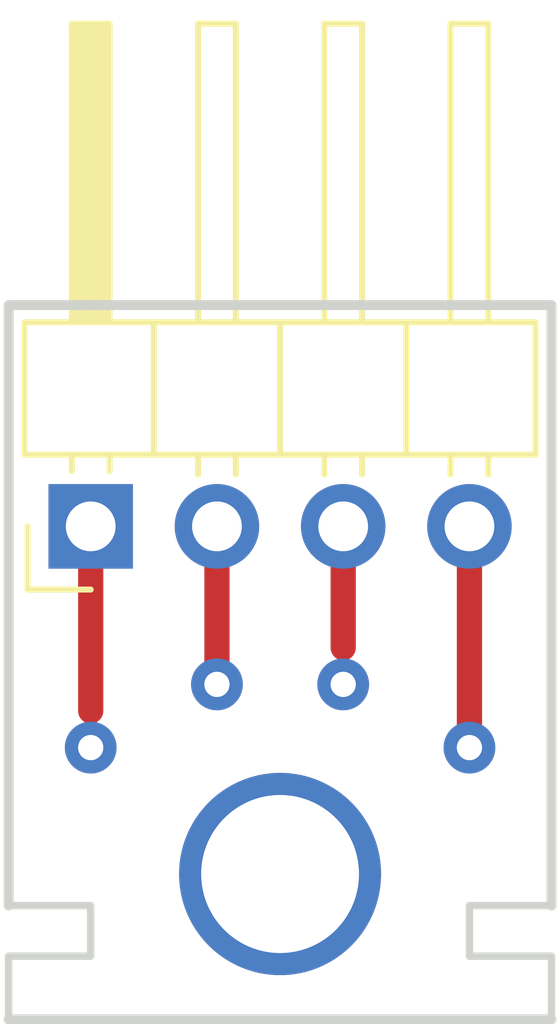
<source format=kicad_pcb>
(kicad_pcb (version 20171130) (host pcbnew "(5.0.0)")

  (general
    (thickness 1.6)
    (drawings 12)
    (tracks 6)
    (zones 0)
    (modules 6)
    (nets 6)
  )

  (page A4)
  (layers
    (0 F.Cu signal)
    (31 B.Cu signal)
    (32 B.Adhes user)
    (33 F.Adhes user)
    (34 B.Paste user)
    (35 F.Paste user)
    (36 B.SilkS user)
    (37 F.SilkS user)
    (38 B.Mask user)
    (39 F.Mask user)
    (40 Dwgs.User user)
    (41 Cmts.User user)
    (42 Eco1.User user)
    (43 Eco2.User user)
    (44 Edge.Cuts user)
    (45 Margin user)
    (46 B.CrtYd user)
    (47 F.CrtYd user)
    (48 B.Fab user)
    (49 F.Fab user)
  )

  (setup
    (last_trace_width 0.25)
    (trace_clearance 0.2)
    (zone_clearance 0.508)
    (zone_45_only no)
    (trace_min 0.2)
    (segment_width 0.2)
    (edge_width 0.15)
    (via_size 0.8)
    (via_drill 0.4)
    (via_min_size 0.4)
    (via_min_drill 0.3)
    (uvia_size 0.3)
    (uvia_drill 0.1)
    (uvias_allowed no)
    (uvia_min_size 0.2)
    (uvia_min_drill 0.1)
    (pcb_text_width 0.3)
    (pcb_text_size 1.5 1.5)
    (mod_edge_width 0.15)
    (mod_text_size 1 1)
    (mod_text_width 0.15)
    (pad_size 1.524 1.524)
    (pad_drill 0.762)
    (pad_to_mask_clearance 0.2)
    (aux_axis_origin 0 0)
    (visible_elements FFFFFF7F)
    (pcbplotparams
      (layerselection 0x010fc_ffffffff)
      (usegerberextensions false)
      (usegerberattributes false)
      (usegerberadvancedattributes false)
      (creategerberjobfile false)
      (excludeedgelayer true)
      (linewidth 0.100000)
      (plotframeref false)
      (viasonmask false)
      (mode 1)
      (useauxorigin false)
      (hpglpennumber 1)
      (hpglpenspeed 20)
      (hpglpendiameter 15.000000)
      (psnegative false)
      (psa4output false)
      (plotreference true)
      (plotvalue true)
      (plotinvisibletext false)
      (padsonsilk false)
      (subtractmaskfromsilk false)
      (outputformat 1)
      (mirror false)
      (drillshape 1)
      (scaleselection 1)
      (outputdirectory ""))
  )

  (net 0 "")
  (net 1 "Net-(J1-Pad1)")
  (net 2 "Net-(J1-Pad2)")
  (net 3 "Net-(J1-Pad3)")
  (net 4 "Net-(J1-Pad4)")
  (net 5 "Net-(U5-Pad1)")

  (net_class Default "This is the default net class."
    (clearance 0.2)
    (trace_width 0.25)
    (via_dia 0.8)
    (via_drill 0.4)
    (uvia_dia 0.3)
    (uvia_drill 0.1)
    (add_net "Net-(J1-Pad1)")
    (add_net "Net-(J1-Pad2)")
    (add_net "Net-(J1-Pad3)")
    (add_net "Net-(J1-Pad4)")
    (add_net "Net-(U5-Pad1)")
  )

  (module Connector_PinHeader_2.54mm:PinHeader_1x04_P2.54mm_Horizontal (layer F.Cu) (tedit 5E313B8D) (tstamp 5E3D827A)
    (at 69.85 53.34 90)
    (descr "Through hole angled pin header, 1x04, 2.54mm pitch, 6mm pin length, single row")
    (tags "Through hole angled pin header THT 1x04 2.54mm single row")
    (path /5E313675)
    (fp_text reference J1 (at 4.385 -2.27 90) (layer F.SilkS) hide
      (effects (font (size 1 1) (thickness 0.15)))
    )
    (fp_text value Conn_01x04_Male (at 4.385 9.89 90) (layer F.Fab) hide
      (effects (font (size 1 1) (thickness 0.15)))
    )
    (fp_line (start 2.135 -1.27) (end 4.04 -1.27) (layer F.Fab) (width 0.1))
    (fp_line (start 4.04 -1.27) (end 4.04 8.89) (layer F.Fab) (width 0.1))
    (fp_line (start 4.04 8.89) (end 1.5 8.89) (layer F.Fab) (width 0.1))
    (fp_line (start 1.5 8.89) (end 1.5 -0.635) (layer F.Fab) (width 0.1))
    (fp_line (start 1.5 -0.635) (end 2.135 -1.27) (layer F.Fab) (width 0.1))
    (fp_line (start -0.32 -0.32) (end 1.5 -0.32) (layer F.Fab) (width 0.1))
    (fp_line (start -0.32 -0.32) (end -0.32 0.32) (layer F.Fab) (width 0.1))
    (fp_line (start -0.32 0.32) (end 1.5 0.32) (layer F.Fab) (width 0.1))
    (fp_line (start 4.04 -0.32) (end 10.04 -0.32) (layer F.Fab) (width 0.1))
    (fp_line (start 10.04 -0.32) (end 10.04 0.32) (layer F.Fab) (width 0.1))
    (fp_line (start 4.04 0.32) (end 10.04 0.32) (layer F.Fab) (width 0.1))
    (fp_line (start -0.32 2.22) (end 1.5 2.22) (layer F.Fab) (width 0.1))
    (fp_line (start -0.32 2.22) (end -0.32 2.86) (layer F.Fab) (width 0.1))
    (fp_line (start -0.32 2.86) (end 1.5 2.86) (layer F.Fab) (width 0.1))
    (fp_line (start 4.04 2.22) (end 10.04 2.22) (layer F.Fab) (width 0.1))
    (fp_line (start 10.04 2.22) (end 10.04 2.86) (layer F.Fab) (width 0.1))
    (fp_line (start 4.04 2.86) (end 10.04 2.86) (layer F.Fab) (width 0.1))
    (fp_line (start -0.32 4.76) (end 1.5 4.76) (layer F.Fab) (width 0.1))
    (fp_line (start -0.32 4.76) (end -0.32 5.4) (layer F.Fab) (width 0.1))
    (fp_line (start -0.32 5.4) (end 1.5 5.4) (layer F.Fab) (width 0.1))
    (fp_line (start 4.04 4.76) (end 10.04 4.76) (layer F.Fab) (width 0.1))
    (fp_line (start 10.04 4.76) (end 10.04 5.4) (layer F.Fab) (width 0.1))
    (fp_line (start 4.04 5.4) (end 10.04 5.4) (layer F.Fab) (width 0.1))
    (fp_line (start -0.32 7.3) (end 1.5 7.3) (layer F.Fab) (width 0.1))
    (fp_line (start -0.32 7.3) (end -0.32 7.94) (layer F.Fab) (width 0.1))
    (fp_line (start -0.32 7.94) (end 1.5 7.94) (layer F.Fab) (width 0.1))
    (fp_line (start 4.04 7.3) (end 10.04 7.3) (layer F.Fab) (width 0.1))
    (fp_line (start 10.04 7.3) (end 10.04 7.94) (layer F.Fab) (width 0.1))
    (fp_line (start 4.04 7.94) (end 10.04 7.94) (layer F.Fab) (width 0.1))
    (fp_line (start 1.44 -1.33) (end 1.44 8.95) (layer F.SilkS) (width 0.12))
    (fp_line (start 1.44 8.95) (end 4.1 8.95) (layer F.SilkS) (width 0.12))
    (fp_line (start 4.1 8.95) (end 4.1 -1.33) (layer F.SilkS) (width 0.12))
    (fp_line (start 4.1 -1.33) (end 1.44 -1.33) (layer F.SilkS) (width 0.12))
    (fp_line (start 4.1 -0.38) (end 10.1 -0.38) (layer F.SilkS) (width 0.12))
    (fp_line (start 10.1 -0.38) (end 10.1 0.38) (layer F.SilkS) (width 0.12))
    (fp_line (start 10.1 0.38) (end 4.1 0.38) (layer F.SilkS) (width 0.12))
    (fp_line (start 4.1 -0.32) (end 10.1 -0.32) (layer F.SilkS) (width 0.12))
    (fp_line (start 4.1 -0.2) (end 10.1 -0.2) (layer F.SilkS) (width 0.12))
    (fp_line (start 4.1 -0.08) (end 10.1 -0.08) (layer F.SilkS) (width 0.12))
    (fp_line (start 4.1 0.04) (end 10.1 0.04) (layer F.SilkS) (width 0.12))
    (fp_line (start 4.1 0.16) (end 10.1 0.16) (layer F.SilkS) (width 0.12))
    (fp_line (start 4.1 0.28) (end 10.1 0.28) (layer F.SilkS) (width 0.12))
    (fp_line (start 1.11 -0.38) (end 1.44 -0.38) (layer F.SilkS) (width 0.12))
    (fp_line (start 1.11 0.38) (end 1.44 0.38) (layer F.SilkS) (width 0.12))
    (fp_line (start 1.44 1.27) (end 4.1 1.27) (layer F.SilkS) (width 0.12))
    (fp_line (start 4.1 2.16) (end 10.1 2.16) (layer F.SilkS) (width 0.12))
    (fp_line (start 10.1 2.16) (end 10.1 2.92) (layer F.SilkS) (width 0.12))
    (fp_line (start 10.1 2.92) (end 4.1 2.92) (layer F.SilkS) (width 0.12))
    (fp_line (start 1.042929 2.16) (end 1.44 2.16) (layer F.SilkS) (width 0.12))
    (fp_line (start 1.042929 2.92) (end 1.44 2.92) (layer F.SilkS) (width 0.12))
    (fp_line (start 1.44 3.81) (end 4.1 3.81) (layer F.SilkS) (width 0.12))
    (fp_line (start 4.1 4.7) (end 10.1 4.7) (layer F.SilkS) (width 0.12))
    (fp_line (start 10.1 4.7) (end 10.1 5.46) (layer F.SilkS) (width 0.12))
    (fp_line (start 10.1 5.46) (end 4.1 5.46) (layer F.SilkS) (width 0.12))
    (fp_line (start 1.042929 4.7) (end 1.44 4.7) (layer F.SilkS) (width 0.12))
    (fp_line (start 1.042929 5.46) (end 1.44 5.46) (layer F.SilkS) (width 0.12))
    (fp_line (start 1.44 6.35) (end 4.1 6.35) (layer F.SilkS) (width 0.12))
    (fp_line (start 4.1 7.24) (end 10.1 7.24) (layer F.SilkS) (width 0.12))
    (fp_line (start 10.1 7.24) (end 10.1 8) (layer F.SilkS) (width 0.12))
    (fp_line (start 10.1 8) (end 4.1 8) (layer F.SilkS) (width 0.12))
    (fp_line (start 1.042929 7.24) (end 1.44 7.24) (layer F.SilkS) (width 0.12))
    (fp_line (start 1.042929 8) (end 1.44 8) (layer F.SilkS) (width 0.12))
    (fp_line (start -1.27 0) (end -1.27 -1.27) (layer F.SilkS) (width 0.12))
    (fp_line (start -1.27 -1.27) (end 0 -1.27) (layer F.SilkS) (width 0.12))
    (fp_line (start -1.8 -1.8) (end -1.8 9.4) (layer F.CrtYd) (width 0.05))
    (fp_line (start -1.8 9.4) (end 10.55 9.4) (layer F.CrtYd) (width 0.05))
    (fp_line (start 10.55 9.4) (end 10.55 -1.8) (layer F.CrtYd) (width 0.05))
    (fp_line (start 10.55 -1.8) (end -1.8 -1.8) (layer F.CrtYd) (width 0.05))
    (fp_text user %R (at 2.77 3.81 180) (layer F.Fab) hide
      (effects (font (size 1 1) (thickness 0.15)))
    )
    (pad 1 thru_hole rect (at 0 0 90) (size 1.7 1.7) (drill 1) (layers *.Cu *.Mask)
      (net 1 "Net-(J1-Pad1)"))
    (pad 2 thru_hole oval (at 0 2.54 90) (size 1.7 1.7) (drill 1) (layers *.Cu *.Mask)
      (net 2 "Net-(J1-Pad2)"))
    (pad 3 thru_hole oval (at 0 5.08 90) (size 1.7 1.7) (drill 1) (layers *.Cu *.Mask)
      (net 3 "Net-(J1-Pad3)"))
    (pad 4 thru_hole oval (at 0 7.62 90) (size 1.7 1.7) (drill 1) (layers *.Cu *.Mask)
      (net 4 "Net-(J1-Pad4)"))
    (model ${KISYS3DMOD}/Connector_PinHeader_2.54mm.3dshapes/PinHeader_1x04_P2.54mm_Horizontal.wrl
      (at (xyz 0 0 0))
      (scale (xyz 1 1 1))
      (rotate (xyz 0 0 0))
    )
  )

  (module comps:wireholes (layer F.Cu) (tedit 5E313B85) (tstamp 5E3D827F)
    (at 69.85 57.785)
    (path /5E313BB9)
    (fp_text reference U1 (at 0 2.54) (layer F.SilkS) hide
      (effects (font (size 1 1) (thickness 0.15)))
    )
    (fp_text value A (at 0 -3.81) (layer F.Fab) hide
      (effects (font (size 1 1) (thickness 0.15)))
    )
    (pad 1 thru_hole circle (at 0 0) (size 1.0414 1.0414) (drill 0.508) (layers *.Cu *.Mask)
      (net 1 "Net-(J1-Pad1)"))
  )

  (module comps:wireholes (layer F.Cu) (tedit 5E313B83) (tstamp 5E3D8284)
    (at 72.39 56.515)
    (path /5E313C03)
    (fp_text reference U2 (at 0 2.54) (layer F.SilkS) hide
      (effects (font (size 1 1) (thickness 0.15)))
    )
    (fp_text value A (at 0 -3.81) (layer F.Fab) hide
      (effects (font (size 1 1) (thickness 0.15)))
    )
    (pad 1 thru_hole circle (at 0 0) (size 1.0414 1.0414) (drill 0.508) (layers *.Cu *.Mask)
      (net 2 "Net-(J1-Pad2)"))
  )

  (module comps:wireholes (layer F.Cu) (tedit 5E313B7F) (tstamp 5E3D8289)
    (at 74.93 56.515)
    (path /5E313C39)
    (fp_text reference U3 (at 0 2.54) (layer F.SilkS) hide
      (effects (font (size 1 1) (thickness 0.15)))
    )
    (fp_text value A (at 0 -3.81) (layer F.Fab) hide
      (effects (font (size 1 1) (thickness 0.15)))
    )
    (pad 1 thru_hole circle (at 0 0) (size 1.0414 1.0414) (drill 0.508) (layers *.Cu *.Mask)
      (net 3 "Net-(J1-Pad3)"))
  )

  (module comps:wireholes (layer F.Cu) (tedit 5E313B7C) (tstamp 5E3D828E)
    (at 77.47 57.785)
    (path /5E313C6D)
    (fp_text reference U4 (at 0 2.54) (layer F.SilkS) hide
      (effects (font (size 1 1) (thickness 0.15)))
    )
    (fp_text value A (at 0 -3.81) (layer F.Fab) hide
      (effects (font (size 1 1) (thickness 0.15)))
    )
    (pad 1 thru_hole circle (at 0 0) (size 1.0414 1.0414) (drill 0.508) (layers *.Cu *.Mask)
      (net 4 "Net-(J1-Pad4)"))
  )

  (module comps:hole (layer F.Cu) (tedit 5E313B90) (tstamp 5E3D8293)
    (at 73.66 60.325)
    (path /5E313CB1)
    (fp_text reference U5 (at 0 3.81) (layer F.SilkS) hide
      (effects (font (size 1 1) (thickness 0.15)))
    )
    (fp_text value H (at 0 -5.08) (layer F.Fab) hide
      (effects (font (size 1 1) (thickness 0.15)))
    )
    (pad 1 thru_hole circle (at 0 0) (size 4.064 4.064) (drill 3.175) (layers *.Cu *.Mask)
      (net 5 "Net-(U5-Pad1)"))
  )

  (gr_line (start 77.47 61.976) (end 79.121 61.976) (layer Edge.Cuts) (width 0.15))
  (gr_line (start 68.199 61.976) (end 68.199 63.246) (layer Edge.Cuts) (width 0.15))
  (gr_line (start 69.85 61.976) (end 68.199 61.976) (layer Edge.Cuts) (width 0.15))
  (gr_line (start 69.85 60.96) (end 69.85 61.976) (layer Edge.Cuts) (width 0.15))
  (gr_line (start 68.199 60.96) (end 69.85 60.96) (layer Edge.Cuts) (width 0.15))
  (gr_line (start 79.121 61.976) (end 79.121 63.246) (layer Edge.Cuts) (width 0.15))
  (gr_line (start 77.47 60.96) (end 77.47 61.976) (layer Edge.Cuts) (width 0.15))
  (gr_line (start 79.121 60.96) (end 77.47 60.96) (layer Edge.Cuts) (width 0.15))
  (gr_line (start 68.199 60.96) (end 68.199 48.895) (layer Edge.Cuts) (width 0.2))
  (gr_line (start 79.121 63.246) (end 68.199 63.246) (layer Edge.Cuts) (width 0.2))
  (gr_line (start 79.121 48.895) (end 79.121 60.96) (layer Edge.Cuts) (width 0.2))
  (gr_line (start 68.199 48.895) (end 79.121 48.895) (layer Edge.Cuts) (width 0.2))

  (segment (start 69.85 57.048619) (end 69.85 53.34) (width 0.508) (layer F.Cu) (net 1))
  (segment (start 69.85 57.785) (end 69.85 57.048619) (width 0.25) (layer F.Cu) (net 1))
  (segment (start 72.39 56.515) (end 72.39 53.34) (width 0.508) (layer F.Cu) (net 2))
  (segment (start 74.93 55.778619) (end 74.93 53.34) (width 0.508) (layer F.Cu) (net 3))
  (segment (start 74.93 56.515) (end 74.93 55.778619) (width 0.25) (layer F.Cu) (net 3))
  (segment (start 77.47 57.785) (end 77.47 53.34) (width 0.508) (layer F.Cu) (net 4))

)

</source>
